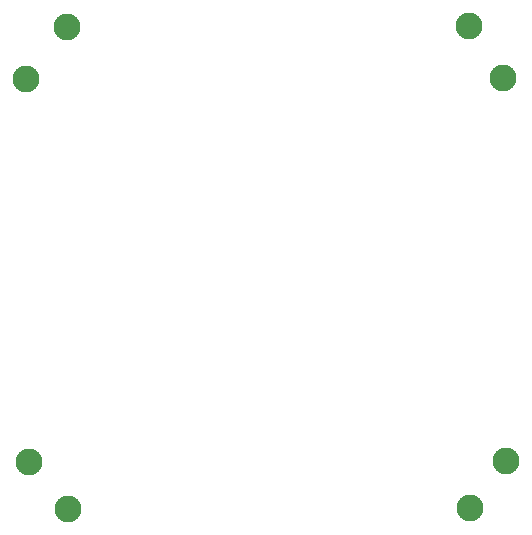
<source format=gbs>
G04 MADE WITH FRITZING*
G04 WWW.FRITZING.ORG*
G04 DOUBLE SIDED*
G04 HOLES PLATED*
G04 CONTOUR ON CENTER OF CONTOUR VECTOR*
%ASAXBY*%
%FSLAX23Y23*%
%MOIN*%
%OFA0B0*%
%SFA1.0B1.0*%
%ADD10C,0.089370*%
%LNMASK0*%
G90*
G70*
G54D10*
X1667Y1521D03*
X87Y242D03*
X1556Y90D03*
X217Y86D03*
X215Y1692D03*
X77Y1519D03*
X1677Y245D03*
X1554Y1696D03*
G04 End of Mask0*
M02*
</source>
